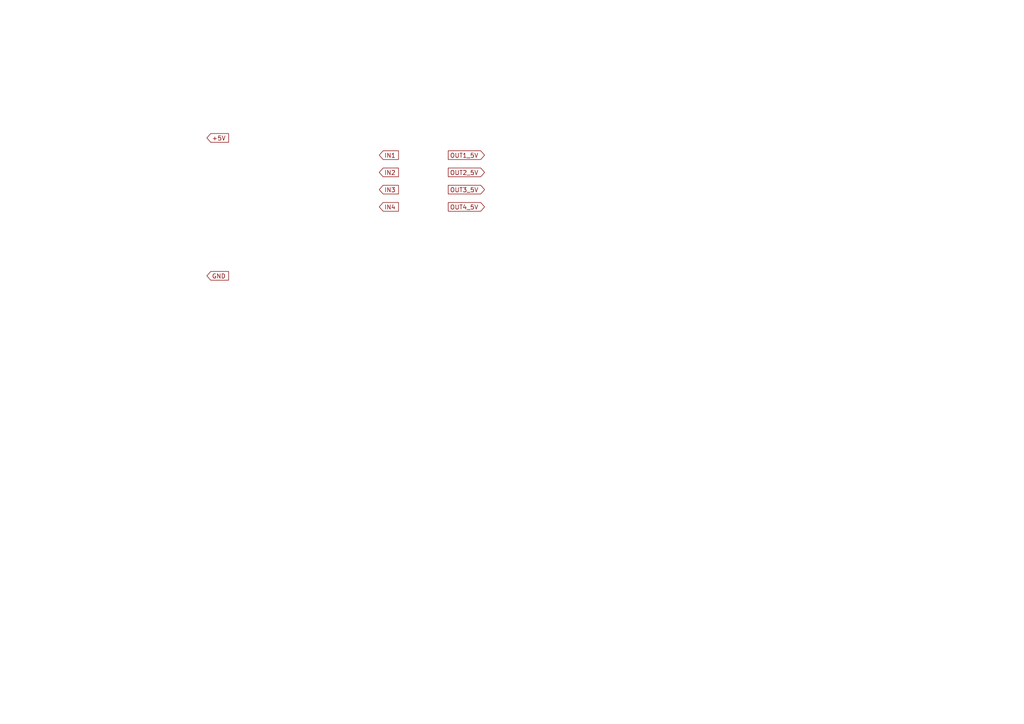
<source format=kicad_sch>
(kicad_sch (version 20231001) (generator "eeschema")
  (paper "A4")
  (title_block (title "TC4468 Quad MOSFET Driver (5V)"))

  (symbol (lib_id "Device:U") (at 80 60 0)
    (property "Reference" "U5")(property "Value" "TC4468")
  )
  (global_label "+5V"      (at 60 40 0) (shape input))
  (global_label "GND"      (at 60 80 0) (shape input))
  (global_label "IN1"      (at 110 45 0) (shape input))
  (global_label "IN2"      (at 110 50 0) (shape input))
  (global_label "IN3"      (at 110 55 0) (shape input))
  (global_label "IN4"      (at 110 60 0) (shape input))
  (global_label "OUT1_5V"  (at 130 45 0) (shape output))
  (global_label "OUT2_5V"  (at 130 50 0) (shape output))
  (global_label "OUT3_5V"  (at 130 55 0) (shape output))
  (global_label "OUT4_5V"  (at 130 60 0) (shape output))
)

</source>
